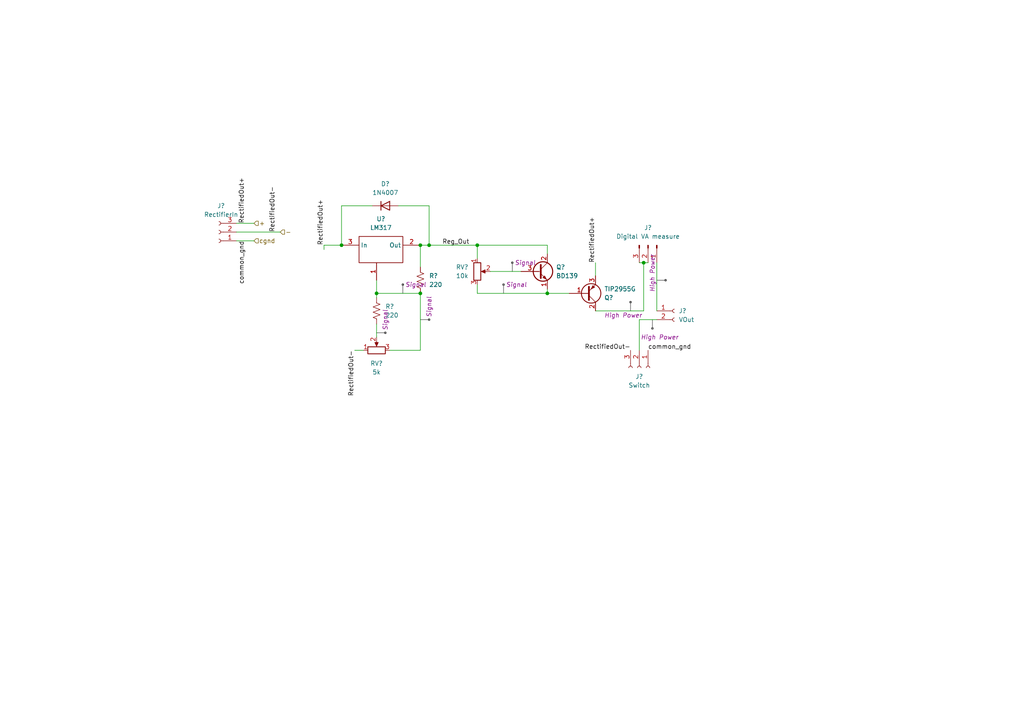
<source format=kicad_sch>
(kicad_sch (version 20230121) (generator eeschema)

  (uuid 96adc053-c9de-4e09-baa4-b0d3060444f8)

  (paper "A4")

  (title_block
    (title "Variable Supply with LM317")
    (date "2023-12-19")
    (rev "2")
  )

  (lib_symbols
    (symbol "Connector:Conn_01x02_Socket" (pin_names (offset 1.016) hide) (in_bom yes) (on_board yes)
      (property "Reference" "J" (at 0 2.54 0)
        (effects (font (size 1.27 1.27)))
      )
      (property "Value" "Conn_01x02_Socket" (at 0 -5.08 0)
        (effects (font (size 1.27 1.27)))
      )
      (property "Footprint" "" (at 0 0 0)
        (effects (font (size 1.27 1.27)) hide)
      )
      (property "Datasheet" "~" (at 0 0 0)
        (effects (font (size 1.27 1.27)) hide)
      )
      (property "ki_locked" "" (at 0 0 0)
        (effects (font (size 1.27 1.27)))
      )
      (property "ki_keywords" "connector" (at 0 0 0)
        (effects (font (size 1.27 1.27)) hide)
      )
      (property "ki_description" "Generic connector, single row, 01x02, script generated" (at 0 0 0)
        (effects (font (size 1.27 1.27)) hide)
      )
      (property "ki_fp_filters" "Connector*:*_1x??_*" (at 0 0 0)
        (effects (font (size 1.27 1.27)) hide)
      )
      (symbol "Conn_01x02_Socket_1_1"
        (arc (start 0 -2.032) (mid -0.5058 -2.54) (end 0 -3.048)
          (stroke (width 0.1524) (type default))
          (fill (type none))
        )
        (polyline
          (pts
            (xy -1.27 -2.54)
            (xy -0.508 -2.54)
          )
          (stroke (width 0.1524) (type default))
          (fill (type none))
        )
        (polyline
          (pts
            (xy -1.27 0)
            (xy -0.508 0)
          )
          (stroke (width 0.1524) (type default))
          (fill (type none))
        )
        (arc (start 0 0.508) (mid -0.5058 0) (end 0 -0.508)
          (stroke (width 0.1524) (type default))
          (fill (type none))
        )
        (pin passive line (at -5.08 0 0) (length 3.81)
          (name "Pin_1" (effects (font (size 1.27 1.27))))
          (number "1" (effects (font (size 1.27 1.27))))
        )
        (pin passive line (at -5.08 -2.54 0) (length 3.81)
          (name "Pin_2" (effects (font (size 1.27 1.27))))
          (number "2" (effects (font (size 1.27 1.27))))
        )
      )
    )
    (symbol "Connector:Conn_01x03_Pin" (pin_names (offset 1.016) hide) (in_bom yes) (on_board yes)
      (property "Reference" "J" (at 0 5.08 0)
        (effects (font (size 1.27 1.27)))
      )
      (property "Value" "Conn_01x03_Pin" (at 0 -5.08 0)
        (effects (font (size 1.27 1.27)))
      )
      (property "Footprint" "" (at 0 0 0)
        (effects (font (size 1.27 1.27)) hide)
      )
      (property "Datasheet" "~" (at 0 0 0)
        (effects (font (size 1.27 1.27)) hide)
      )
      (property "ki_locked" "" (at 0 0 0)
        (effects (font (size 1.27 1.27)))
      )
      (property "ki_keywords" "connector" (at 0 0 0)
        (effects (font (size 1.27 1.27)) hide)
      )
      (property "ki_description" "Generic connector, single row, 01x03, script generated" (at 0 0 0)
        (effects (font (size 1.27 1.27)) hide)
      )
      (property "ki_fp_filters" "Connector*:*_1x??_*" (at 0 0 0)
        (effects (font (size 1.27 1.27)) hide)
      )
      (symbol "Conn_01x03_Pin_1_1"
        (polyline
          (pts
            (xy 1.27 -2.54)
            (xy 0.8636 -2.54)
          )
          (stroke (width 0.1524) (type default))
          (fill (type none))
        )
        (polyline
          (pts
            (xy 1.27 0)
            (xy 0.8636 0)
          )
          (stroke (width 0.1524) (type default))
          (fill (type none))
        )
        (polyline
          (pts
            (xy 1.27 2.54)
            (xy 0.8636 2.54)
          )
          (stroke (width 0.1524) (type default))
          (fill (type none))
        )
        (rectangle (start 0.8636 -2.413) (end 0 -2.667)
          (stroke (width 0.1524) (type default))
          (fill (type outline))
        )
        (rectangle (start 0.8636 0.127) (end 0 -0.127)
          (stroke (width 0.1524) (type default))
          (fill (type outline))
        )
        (rectangle (start 0.8636 2.667) (end 0 2.413)
          (stroke (width 0.1524) (type default))
          (fill (type outline))
        )
        (pin passive line (at 5.08 2.54 180) (length 3.81)
          (name "Pin_1" (effects (font (size 1.27 1.27))))
          (number "1" (effects (font (size 1.27 1.27))))
        )
        (pin passive line (at 5.08 0 180) (length 3.81)
          (name "Pin_2" (effects (font (size 1.27 1.27))))
          (number "2" (effects (font (size 1.27 1.27))))
        )
        (pin passive line (at 5.08 -2.54 180) (length 3.81)
          (name "Pin_3" (effects (font (size 1.27 1.27))))
          (number "3" (effects (font (size 1.27 1.27))))
        )
      )
    )
    (symbol "Connector:Conn_01x03_Socket" (pin_names (offset 1.016) hide) (in_bom yes) (on_board yes)
      (property "Reference" "J" (at 0 5.08 0)
        (effects (font (size 1.27 1.27)))
      )
      (property "Value" "Conn_01x03_Socket" (at 0 -5.08 0)
        (effects (font (size 1.27 1.27)))
      )
      (property "Footprint" "" (at 0 0 0)
        (effects (font (size 1.27 1.27)) hide)
      )
      (property "Datasheet" "~" (at 0 0 0)
        (effects (font (size 1.27 1.27)) hide)
      )
      (property "ki_locked" "" (at 0 0 0)
        (effects (font (size 1.27 1.27)))
      )
      (property "ki_keywords" "connector" (at 0 0 0)
        (effects (font (size 1.27 1.27)) hide)
      )
      (property "ki_description" "Generic connector, single row, 01x03, script generated" (at 0 0 0)
        (effects (font (size 1.27 1.27)) hide)
      )
      (property "ki_fp_filters" "Connector*:*_1x??_*" (at 0 0 0)
        (effects (font (size 1.27 1.27)) hide)
      )
      (symbol "Conn_01x03_Socket_1_1"
        (arc (start 0 -2.032) (mid -0.5058 -2.54) (end 0 -3.048)
          (stroke (width 0.1524) (type default))
          (fill (type none))
        )
        (polyline
          (pts
            (xy -1.27 -2.54)
            (xy -0.508 -2.54)
          )
          (stroke (width 0.1524) (type default))
          (fill (type none))
        )
        (polyline
          (pts
            (xy -1.27 0)
            (xy -0.508 0)
          )
          (stroke (width 0.1524) (type default))
          (fill (type none))
        )
        (polyline
          (pts
            (xy -1.27 2.54)
            (xy -0.508 2.54)
          )
          (stroke (width 0.1524) (type default))
          (fill (type none))
        )
        (arc (start 0 0.508) (mid -0.5058 0) (end 0 -0.508)
          (stroke (width 0.1524) (type default))
          (fill (type none))
        )
        (arc (start 0 3.048) (mid -0.5058 2.54) (end 0 2.032)
          (stroke (width 0.1524) (type default))
          (fill (type none))
        )
        (pin passive line (at -5.08 2.54 0) (length 3.81)
          (name "Pin_1" (effects (font (size 1.27 1.27))))
          (number "1" (effects (font (size 1.27 1.27))))
        )
        (pin passive line (at -5.08 0 0) (length 3.81)
          (name "Pin_2" (effects (font (size 1.27 1.27))))
          (number "2" (effects (font (size 1.27 1.27))))
        )
        (pin passive line (at -5.08 -2.54 0) (length 3.81)
          (name "Pin_3" (effects (font (size 1.27 1.27))))
          (number "3" (effects (font (size 1.27 1.27))))
        )
      )
    )
    (symbol "Device:R_Potentiometer" (pin_names (offset 1.016) hide) (in_bom yes) (on_board yes)
      (property "Reference" "RV" (at -4.445 0 90)
        (effects (font (size 1.27 1.27)))
      )
      (property "Value" "R_Potentiometer" (at -2.54 0 90)
        (effects (font (size 1.27 1.27)))
      )
      (property "Footprint" "" (at 0 0 0)
        (effects (font (size 1.27 1.27)) hide)
      )
      (property "Datasheet" "~" (at 0 0 0)
        (effects (font (size 1.27 1.27)) hide)
      )
      (property "ki_keywords" "resistor variable" (at 0 0 0)
        (effects (font (size 1.27 1.27)) hide)
      )
      (property "ki_description" "Potentiometer" (at 0 0 0)
        (effects (font (size 1.27 1.27)) hide)
      )
      (property "ki_fp_filters" "Potentiometer*" (at 0 0 0)
        (effects (font (size 1.27 1.27)) hide)
      )
      (symbol "R_Potentiometer_0_1"
        (polyline
          (pts
            (xy 2.54 0)
            (xy 1.524 0)
          )
          (stroke (width 0) (type default))
          (fill (type none))
        )
        (polyline
          (pts
            (xy 1.143 0)
            (xy 2.286 0.508)
            (xy 2.286 -0.508)
            (xy 1.143 0)
          )
          (stroke (width 0) (type default))
          (fill (type outline))
        )
        (rectangle (start 1.016 2.54) (end -1.016 -2.54)
          (stroke (width 0.254) (type default))
          (fill (type none))
        )
      )
      (symbol "R_Potentiometer_1_1"
        (pin passive line (at 0 3.81 270) (length 1.27)
          (name "1" (effects (font (size 1.27 1.27))))
          (number "1" (effects (font (size 1.27 1.27))))
        )
        (pin passive line (at 3.81 0 180) (length 1.27)
          (name "2" (effects (font (size 1.27 1.27))))
          (number "2" (effects (font (size 1.27 1.27))))
        )
        (pin passive line (at 0 -3.81 90) (length 1.27)
          (name "3" (effects (font (size 1.27 1.27))))
          (number "3" (effects (font (size 1.27 1.27))))
        )
      )
    )
    (symbol "Device:R_US" (pin_numbers hide) (pin_names (offset 0)) (in_bom yes) (on_board yes)
      (property "Reference" "R" (at 2.54 0 90)
        (effects (font (size 1.27 1.27)))
      )
      (property "Value" "R_US" (at -2.54 0 90)
        (effects (font (size 1.27 1.27)))
      )
      (property "Footprint" "" (at 1.016 -0.254 90)
        (effects (font (size 1.27 1.27)) hide)
      )
      (property "Datasheet" "~" (at 0 0 0)
        (effects (font (size 1.27 1.27)) hide)
      )
      (property "ki_keywords" "R res resistor" (at 0 0 0)
        (effects (font (size 1.27 1.27)) hide)
      )
      (property "ki_description" "Resistor, US symbol" (at 0 0 0)
        (effects (font (size 1.27 1.27)) hide)
      )
      (property "ki_fp_filters" "R_*" (at 0 0 0)
        (effects (font (size 1.27 1.27)) hide)
      )
      (symbol "R_US_0_1"
        (polyline
          (pts
            (xy 0 -2.286)
            (xy 0 -2.54)
          )
          (stroke (width 0) (type default))
          (fill (type none))
        )
        (polyline
          (pts
            (xy 0 2.286)
            (xy 0 2.54)
          )
          (stroke (width 0) (type default))
          (fill (type none))
        )
        (polyline
          (pts
            (xy 0 -0.762)
            (xy 1.016 -1.143)
            (xy 0 -1.524)
            (xy -1.016 -1.905)
            (xy 0 -2.286)
          )
          (stroke (width 0) (type default))
          (fill (type none))
        )
        (polyline
          (pts
            (xy 0 0.762)
            (xy 1.016 0.381)
            (xy 0 0)
            (xy -1.016 -0.381)
            (xy 0 -0.762)
          )
          (stroke (width 0) (type default))
          (fill (type none))
        )
        (polyline
          (pts
            (xy 0 2.286)
            (xy 1.016 1.905)
            (xy 0 1.524)
            (xy -1.016 1.143)
            (xy 0 0.762)
          )
          (stroke (width 0) (type default))
          (fill (type none))
        )
      )
      (symbol "R_US_1_1"
        (pin passive line (at 0 3.81 270) (length 1.27)
          (name "~" (effects (font (size 1.27 1.27))))
          (number "1" (effects (font (size 1.27 1.27))))
        )
        (pin passive line (at 0 -3.81 90) (length 1.27)
          (name "~" (effects (font (size 1.27 1.27))))
          (number "2" (effects (font (size 1.27 1.27))))
        )
      )
    )
    (symbol "Diode:1N4007" (pin_numbers hide) (pin_names hide) (in_bom yes) (on_board yes)
      (property "Reference" "D" (at 0 2.54 0)
        (effects (font (size 1.27 1.27)))
      )
      (property "Value" "1N4007" (at 0 -2.54 0)
        (effects (font (size 1.27 1.27)))
      )
      (property "Footprint" "Diode_THT:D_DO-41_SOD81_P10.16mm_Horizontal" (at 0 -4.445 0)
        (effects (font (size 1.27 1.27)) hide)
      )
      (property "Datasheet" "http://www.vishay.com/docs/88503/1n4001.pdf" (at 0 0 0)
        (effects (font (size 1.27 1.27)) hide)
      )
      (property "Sim.Device" "D" (at 0 0 0)
        (effects (font (size 1.27 1.27)) hide)
      )
      (property "Sim.Pins" "1=K 2=A" (at 0 0 0)
        (effects (font (size 1.27 1.27)) hide)
      )
      (property "ki_keywords" "diode" (at 0 0 0)
        (effects (font (size 1.27 1.27)) hide)
      )
      (property "ki_description" "1000V 1A General Purpose Rectifier Diode, DO-41" (at 0 0 0)
        (effects (font (size 1.27 1.27)) hide)
      )
      (property "ki_fp_filters" "D*DO?41*" (at 0 0 0)
        (effects (font (size 1.27 1.27)) hide)
      )
      (symbol "1N4007_0_1"
        (polyline
          (pts
            (xy -1.27 1.27)
            (xy -1.27 -1.27)
          )
          (stroke (width 0.254) (type default))
          (fill (type none))
        )
        (polyline
          (pts
            (xy 1.27 0)
            (xy -1.27 0)
          )
          (stroke (width 0) (type default))
          (fill (type none))
        )
        (polyline
          (pts
            (xy 1.27 1.27)
            (xy 1.27 -1.27)
            (xy -1.27 0)
            (xy 1.27 1.27)
          )
          (stroke (width 0.254) (type default))
          (fill (type none))
        )
      )
      (symbol "1N4007_1_1"
        (pin passive line (at -3.81 0 0) (length 2.54)
          (name "K" (effects (font (size 1.27 1.27))))
          (number "1" (effects (font (size 1.27 1.27))))
        )
        (pin passive line (at 3.81 0 180) (length 2.54)
          (name "A" (effects (font (size 1.27 1.27))))
          (number "2" (effects (font (size 1.27 1.27))))
        )
      )
    )
    (symbol "Transistor_BJT:BD139" (pin_names (offset 0) hide) (in_bom yes) (on_board yes)
      (property "Reference" "Q" (at 5.08 1.905 0)
        (effects (font (size 1.27 1.27)) (justify left))
      )
      (property "Value" "BD139" (at 5.08 0 0)
        (effects (font (size 1.27 1.27)) (justify left))
      )
      (property "Footprint" "Package_TO_SOT_THT:TO-126-3_Vertical" (at 5.08 -1.905 0)
        (effects (font (size 1.27 1.27) italic) (justify left) hide)
      )
      (property "Datasheet" "http://www.st.com/internet/com/TECHNICAL_RESOURCES/TECHNICAL_LITERATURE/DATASHEET/CD00001225.pdf" (at 0 0 0)
        (effects (font (size 1.27 1.27)) (justify left) hide)
      )
      (property "ki_keywords" "Low Voltage Transistor" (at 0 0 0)
        (effects (font (size 1.27 1.27)) hide)
      )
      (property "ki_description" "1.5A Ic, 80V Vce, Low Voltage Transistor, TO-126" (at 0 0 0)
        (effects (font (size 1.27 1.27)) hide)
      )
      (property "ki_fp_filters" "TO?126*" (at 0 0 0)
        (effects (font (size 1.27 1.27)) hide)
      )
      (symbol "BD139_0_1"
        (polyline
          (pts
            (xy 0 0)
            (xy 0.635 0)
          )
          (stroke (width 0) (type default))
          (fill (type none))
        )
        (polyline
          (pts
            (xy 2.54 -2.54)
            (xy 0.635 -0.635)
          )
          (stroke (width 0) (type default))
          (fill (type none))
        )
        (polyline
          (pts
            (xy 2.54 2.54)
            (xy 0.635 0.635)
          )
          (stroke (width 0) (type default))
          (fill (type none))
        )
        (polyline
          (pts
            (xy 0.635 1.905)
            (xy 0.635 -1.905)
            (xy 0.635 -1.905)
          )
          (stroke (width 0.508) (type default))
          (fill (type outline))
        )
        (polyline
          (pts
            (xy 1.2446 -1.778)
            (xy 1.7526 -1.27)
            (xy 2.286 -2.286)
            (xy 1.2446 -1.778)
            (xy 1.2446 -1.778)
          )
          (stroke (width 0) (type default))
          (fill (type outline))
        )
        (circle (center 1.27 0) (radius 2.8194)
          (stroke (width 0.3048) (type default))
          (fill (type none))
        )
      )
      (symbol "BD139_1_1"
        (pin passive line (at 2.54 -5.08 90) (length 2.54)
          (name "E" (effects (font (size 1.27 1.27))))
          (number "1" (effects (font (size 1.27 1.27))))
        )
        (pin passive line (at 2.54 5.08 270) (length 2.54)
          (name "C" (effects (font (size 1.27 1.27))))
          (number "2" (effects (font (size 1.27 1.27))))
        )
        (pin input line (at -5.08 0 0) (length 5.08)
          (name "B" (effects (font (size 1.27 1.27))))
          (number "3" (effects (font (size 1.27 1.27))))
        )
      )
    )
    (symbol "Transistor_BJT:TIP2955G" (pin_names (offset 0) hide) (in_bom yes) (on_board yes)
      (property "Reference" "Q" (at 5.08 1.905 0)
        (effects (font (size 1.27 1.27)) (justify left))
      )
      (property "Value" "TIP2955G" (at 5.08 0 0)
        (effects (font (size 1.27 1.27)) (justify left))
      )
      (property "Footprint" "Package_TO_SOT_THT:TO-247-3_Vertical" (at 5.08 -1.905 0)
        (effects (font (size 1.27 1.27) italic) (justify left) hide)
      )
      (property "Datasheet" "http://www.onsemi.com/pub_link/Collateral/TIP3055-D.PDF" (at 0 0 0)
        (effects (font (size 1.27 1.27)) (justify left) hide)
      )
      (property "ki_keywords" "power PNP Transistor" (at 0 0 0)
        (effects (font (size 1.27 1.27)) hide)
      )
      (property "ki_description" "-15A Ic, -60V Vce, Power PNP Transistor, TO-247" (at 0 0 0)
        (effects (font (size 1.27 1.27)) hide)
      )
      (property "ki_fp_filters" "TO?247*" (at 0 0 0)
        (effects (font (size 1.27 1.27)) hide)
      )
      (symbol "TIP2955G_0_1"
        (polyline
          (pts
            (xy 0.635 0.635)
            (xy 2.54 2.54)
          )
          (stroke (width 0) (type default))
          (fill (type none))
        )
        (polyline
          (pts
            (xy 0.635 -0.635)
            (xy 2.54 -2.54)
            (xy 2.54 -2.54)
          )
          (stroke (width 0) (type default))
          (fill (type none))
        )
        (polyline
          (pts
            (xy 0.635 1.905)
            (xy 0.635 -1.905)
            (xy 0.635 -1.905)
          )
          (stroke (width 0.508) (type default))
          (fill (type none))
        )
        (polyline
          (pts
            (xy 2.286 -1.778)
            (xy 1.778 -2.286)
            (xy 1.27 -1.27)
            (xy 2.286 -1.778)
            (xy 2.286 -1.778)
          )
          (stroke (width 0) (type default))
          (fill (type outline))
        )
        (circle (center 1.27 0) (radius 2.8194)
          (stroke (width 0.254) (type default))
          (fill (type none))
        )
      )
      (symbol "TIP2955G_1_1"
        (pin input line (at -5.08 0 0) (length 5.715)
          (name "B" (effects (font (size 1.27 1.27))))
          (number "1" (effects (font (size 1.27 1.27))))
        )
        (pin passive line (at 2.54 5.08 270) (length 2.54)
          (name "C" (effects (font (size 1.27 1.27))))
          (number "2" (effects (font (size 1.27 1.27))))
        )
        (pin passive line (at 2.54 -5.08 90) (length 2.54)
          (name "E" (effects (font (size 1.27 1.27))))
          (number "3" (effects (font (size 1.27 1.27))))
        )
      )
    )
    (symbol "V_Regulator:LM317" (in_bom yes) (on_board yes)
      (property "Reference" "U" (at -11.43 11.43 0)
        (effects (font (size 1.27 1.27)) (justify left))
      )
      (property "Value" "LM317" (at -11.43 8.89 0)
        (effects (font (size 1.27 1.27)) (justify left))
      )
      (property "Footprint" "TO220" (at 0 0 0)
        (effects (font (size 1.27 1.27)) hide)
      )
      (property "Datasheet" "" (at 0 0 0)
        (effects (font (size 1.27 1.27)) hide)
      )
      (property "ki_locked" "" (at 0 0 0)
        (effects (font (size 1.27 1.27)))
      )
      (property "ki_fp_filters" "TO220" (at 0 0 0)
        (effects (font (size 1.27 1.27)) hide)
      )
      (symbol "LM317_0_0"
        (rectangle (start -6.35 6.35) (end 6.35 -1.27)
          (stroke (width 0.2032) (type solid))
          (fill (type none))
        )
      )
      (symbol "LM317_1_0"
        (pin unspecified line (at -1.27 -6.35 90) (length 5.08)
          (name "~" (effects (font (size 1.27 1.27))))
          (number "1" (effects (font (size 1.27 1.27))))
        )
        (pin unspecified line (at 11.43 3.81 180) (length 5.08)
          (name "Out" (effects (font (size 1.27 1.27))))
          (number "2" (effects (font (size 1.27 1.27))))
        )
        (pin unspecified line (at -11.43 3.81 0) (length 5.08)
          (name "In" (effects (font (size 1.27 1.27))))
          (number "3" (effects (font (size 1.27 1.27))))
        )
      )
    )
  )

  (junction (at 138.43 71.12) (diameter 0) (color 0 0 0 0)
    (uuid 0da35fd8-bf17-4840-8361-43533075e30d)
  )
  (junction (at 186.69 76.2) (diameter 0) (color 0 0 0 0)
    (uuid 217e2b32-cc7d-471a-adb8-ce6bed73e9ec)
  )
  (junction (at 121.92 71.12) (diameter 0) (color 0 0 0 0)
    (uuid 56526fb2-dfa6-4392-aa32-d7fc3fa49d59)
  )
  (junction (at 124.46 71.12) (diameter 0) (color 0 0 0 0)
    (uuid 590ee8e4-2b1a-4ff5-876f-1f030bd6a67a)
  )
  (junction (at 99.06 71.12) (diameter 0) (color 0 0 0 0)
    (uuid 87ee1bc6-7ed9-4651-888e-c2e6736edacf)
  )
  (junction (at 121.92 85.09) (diameter 0) (color 0 0 0 0)
    (uuid 9d782c0c-6b5c-4796-9b8b-268a0066fb66)
  )
  (junction (at 158.75 85.09) (diameter 0) (color 0 0 0 0)
    (uuid a374bb0b-e27a-4d00-890b-57284d690dd9)
  )
  (junction (at 109.22 85.09) (diameter 0) (color 0 0 0 0)
    (uuid dc42f291-c5b8-4ec3-8727-890ce2f17efd)
  )

  (wire (pts (xy 109.22 97.79) (xy 109.22 93.98))
    (stroke (width 0) (type default))
    (uuid 03a052c2-8fc5-47bb-ac05-90c7a1bc88f4)
  )
  (wire (pts (xy 115.57 59.69) (xy 124.46 59.69))
    (stroke (width 0) (type default))
    (uuid 12655b35-8a97-4f81-9f46-0832666a97ee)
  )
  (wire (pts (xy 138.43 85.09) (xy 158.75 85.09))
    (stroke (width 0) (type default))
    (uuid 180ab2c1-0e24-4151-8841-4d9947f328c2)
  )
  (wire (pts (xy 81.28 67.31) (xy 68.58 67.31))
    (stroke (width 0) (type default))
    (uuid 19fc2f18-67ce-42b2-bc68-655a85016e3f)
  )
  (wire (pts (xy 107.95 59.69) (xy 99.06 59.69))
    (stroke (width 0) (type default))
    (uuid 2e435080-ee89-4bbd-9159-4256d4f9ec27)
  )
  (wire (pts (xy 109.22 85.09) (xy 109.22 81.28))
    (stroke (width 0) (type default))
    (uuid 3c157d2b-12b3-4721-9b57-ea9a74009879)
  )
  (wire (pts (xy 172.72 76.2) (xy 172.72 80.01))
    (stroke (width 0) (type default))
    (uuid 45459c6d-2262-4ce5-9bf1-764ad66d3c2d)
  )
  (wire (pts (xy 158.75 85.09) (xy 165.1 85.09))
    (stroke (width 0) (type default))
    (uuid 54beacf5-a0c8-489c-bb50-fed17b2f8a72)
  )
  (wire (pts (xy 93.98 71.12) (xy 93.98 72.39))
    (stroke (width 0) (type default))
    (uuid 64445533-0947-41cc-8260-728b289a42cc)
  )
  (wire (pts (xy 138.43 71.12) (xy 124.46 71.12))
    (stroke (width 0) (type default))
    (uuid 69a2c543-203d-4d60-a8b3-d19e549557a4)
  )
  (wire (pts (xy 172.72 90.17) (xy 186.69 90.17))
    (stroke (width 0) (type default))
    (uuid 7a7b182c-bae4-4d42-9b7a-325c2a8c0827)
  )
  (wire (pts (xy 99.06 59.69) (xy 99.06 71.12))
    (stroke (width 0) (type default))
    (uuid 7ce0c309-f22e-44de-8436-258ba19745a9)
  )
  (wire (pts (xy 73.66 69.85) (xy 68.58 69.85))
    (stroke (width 0) (type default))
    (uuid 844ff556-9fba-45f6-9fff-9c4c9fb6383e)
  )
  (wire (pts (xy 93.98 71.12) (xy 99.06 71.12))
    (stroke (width 0) (type default))
    (uuid 875379b8-e17f-491e-b1a6-f1ef4babf52a)
  )
  (wire (pts (xy 142.24 78.74) (xy 151.13 78.74))
    (stroke (width 0) (type default))
    (uuid 91dd9223-541b-4fa4-a842-0245fedc51ed)
  )
  (wire (pts (xy 190.5 76.2) (xy 190.5 90.17))
    (stroke (width 0) (type default))
    (uuid 9877e162-099f-4c12-9217-12aec2436cb8)
  )
  (wire (pts (xy 138.43 71.12) (xy 138.43 74.93))
    (stroke (width 0) (type default))
    (uuid 98bcad68-5956-4645-8da0-31628f748158)
  )
  (wire (pts (xy 121.92 85.09) (xy 109.22 85.09))
    (stroke (width 0) (type default))
    (uuid 9e2794ad-5517-4a9d-9dfd-dddb9a6e401e)
  )
  (wire (pts (xy 113.03 101.6) (xy 121.92 101.6))
    (stroke (width 0) (type default))
    (uuid a4aa6381-684e-441c-9ec3-f66116ea5110)
  )
  (wire (pts (xy 121.92 101.6) (xy 121.92 85.09))
    (stroke (width 0) (type default))
    (uuid a5923dc4-1802-4ff8-8681-048e0f69deac)
  )
  (wire (pts (xy 186.69 76.2) (xy 187.96 76.2))
    (stroke (width 0) (type default))
    (uuid b343d76a-c2ab-4e60-80dd-8e64651cb3b7)
  )
  (wire (pts (xy 185.42 92.71) (xy 190.5 92.71))
    (stroke (width 0) (type default))
    (uuid b8a3b963-7f9e-40f8-b6a6-630a895a69ce)
  )
  (wire (pts (xy 138.43 71.12) (xy 158.75 71.12))
    (stroke (width 0) (type default))
    (uuid bc4dcf3b-78c5-403c-8d6c-b93ba27b0499)
  )
  (wire (pts (xy 185.42 76.2) (xy 186.69 76.2))
    (stroke (width 0) (type default))
    (uuid c7c0209d-77aa-499f-8df5-007380078009)
  )
  (wire (pts (xy 124.46 71.12) (xy 121.92 71.12))
    (stroke (width 0) (type default))
    (uuid cbbfd745-e4b4-4a2c-9238-306319aa0f9b)
  )
  (wire (pts (xy 138.43 85.09) (xy 138.43 82.55))
    (stroke (width 0) (type default))
    (uuid d2f1c1a7-e8ec-4455-82cd-1743d72edc4d)
  )
  (wire (pts (xy 158.75 85.09) (xy 158.75 83.82))
    (stroke (width 0) (type default))
    (uuid d5b7f2cc-e762-4d78-9169-f67b06e18e6c)
  )
  (wire (pts (xy 158.75 71.12) (xy 158.75 73.66))
    (stroke (width 0) (type default))
    (uuid d67e1614-ed81-4b18-9d25-42abc75949c0)
  )
  (wire (pts (xy 73.66 64.77) (xy 68.58 64.77))
    (stroke (width 0) (type default))
    (uuid d6c774e0-165c-42bb-a117-9a95e9d1a278)
  )
  (wire (pts (xy 186.69 90.17) (xy 186.69 76.2))
    (stroke (width 0) (type default))
    (uuid d8d8d455-6ebd-441b-bcba-d5b66d525c7c)
  )
  (wire (pts (xy 109.22 85.09) (xy 109.22 86.36))
    (stroke (width 0) (type default))
    (uuid da530a0f-b7cb-418a-9883-67f62c502c86)
  )
  (wire (pts (xy 185.42 92.71) (xy 185.42 101.6))
    (stroke (width 0) (type default))
    (uuid e1b56c36-23f0-4992-9ada-adb7fc1f0d0b)
  )
  (wire (pts (xy 124.46 59.69) (xy 124.46 71.12))
    (stroke (width 0) (type default))
    (uuid ec3fc9ea-27aa-4590-b283-b42a9922a7a6)
  )
  (wire (pts (xy 102.87 101.6) (xy 105.41 101.6))
    (stroke (width 0) (type default))
    (uuid ef4ccdb1-dc14-4800-a505-9449e899fc7e)
  )
  (wire (pts (xy 121.92 71.12) (xy 121.92 77.47))
    (stroke (width 0) (type default))
    (uuid f3d50c64-e02d-4e17-927e-964cf69c6aad)
  )

  (label "RectifiedOut-" (at 80.01 67.31 90) (fields_autoplaced)
    (effects (font (size 1.27 1.27)) (justify left bottom))
    (uuid 17d1abed-f90a-4fc1-8901-0f630958eba7)
  )
  (label "Reg_Out" (at 128.27 71.12 0) (fields_autoplaced)
    (effects (font (size 1.27 1.27)) (justify left bottom))
    (uuid 3b7a8b2f-f7f0-4198-801b-6b8604e4c804)
  )
  (label "common_gnd" (at 71.12 69.85 270) (fields_autoplaced)
    (effects (font (size 1.27 1.27)) (justify right bottom))
    (uuid 591d3b86-0c95-4e21-a2b3-1c21b052956c)
  )
  (label "common_gnd" (at 187.96 101.6 0) (fields_autoplaced)
    (effects (font (size 1.27 1.27)) (justify left bottom))
    (uuid 8ca06b45-6ac6-40c2-9c07-48bf3bca1f29)
  )
  (label "RectifiedOut+" (at 93.98 71.12 90) (fields_autoplaced)
    (effects (font (size 1.27 1.27)) (justify left bottom))
    (uuid 93e79a17-b99e-48d3-ae65-fbbc6bf1b81f)
  )
  (label "RectifiedOut-" (at 102.87 101.6 270) (fields_autoplaced)
    (effects (font (size 1.27 1.27)) (justify right bottom))
    (uuid 9a702261-15ca-4f8e-94cc-9fec638ac639)
  )
  (label "RectifiedOut+" (at 172.72 76.2 90) (fields_autoplaced)
    (effects (font (size 1.27 1.27)) (justify left bottom))
    (uuid b2f618ca-7ea0-4d30-b8ae-b0ea9d22baa8)
  )
  (label "RectifiedOut-" (at 182.88 101.6 180) (fields_autoplaced)
    (effects (font (size 1.27 1.27)) (justify right bottom))
    (uuid cca1cfe6-f4ce-4601-bd66-9e86522ba99d)
  )
  (label "RectifiedOut+" (at 71.12 64.77 90) (fields_autoplaced)
    (effects (font (size 1.27 1.27)) (justify left bottom))
    (uuid e61e9724-e76a-40e1-ba8c-8fb8d78cf734)
  )

  (hierarchical_label "+" (shape input) (at 73.66 64.77 0) (fields_autoplaced)
    (effects (font (size 1.27 1.27)) (justify left))
    (uuid a211f61c-9323-42a7-8a80-f203e447f3c1)
  )
  (hierarchical_label "-" (shape input) (at 81.28 67.31 0) (fields_autoplaced)
    (effects (font (size 1.27 1.27)) (justify left))
    (uuid c4a92b41-d246-4232-906b-2fe4fed21380)
  )
  (hierarchical_label "cgnd" (shape input) (at 73.66 69.85 0) (fields_autoplaced)
    (effects (font (size 1.27 1.27)) (justify left))
    (uuid c69704bd-913c-4c1f-92a4-4f99183003b9)
  )

  (netclass_flag "" (length 2.54) (shape dot) (at 148.59 78.74 0) (fields_autoplaced)
    (effects (font (size 1.27 1.27)) (justify left bottom))
    (uuid 04617ba5-97d5-4d12-a45c-a4ad8f2f3ef8)
    (property "Netclass" "Signal" (at 149.2885 76.2 0)
      (effects (font (size 1.27 1.27) italic) (justify left))
    )
  )
  (netclass_flag "" (length 2.54) (shape dot) (at 109.22 96.52 270) (fields_autoplaced)
    (effects (font (size 1.27 1.27)) (justify right bottom))
    (uuid 4bf93c8f-3e6f-45fc-8d41-a0c26dc6a883)
    (property "Netclass" "Signal" (at 111.76 95.8215 90)
      (effects (font (size 1.27 1.27) italic) (justify left))
    )
  )
  (netclass_flag "" (length 2.54) (shape dot) (at 182.88 90.17 0)
    (effects (font (size 1.27 1.27)) (justify left bottom))
    (uuid 6d0a69fc-c66d-4bf0-9236-6dec2385c5a2)
    (property "Netclass" "High Power" (at 175.26 91.44 0)
      (effects (font (size 1.27 1.27) italic) (justify left))
    )
  )
  (netclass_flag "" (length 2.54) (shape dot) (at 189.23 92.71 180)
    (effects (font (size 1.27 1.27)) (justify right bottom))
    (uuid 7777374a-6346-4073-a2f8-7c1b6adaa7c9)
    (property "Netclass" "High Power" (at 196.85 97.79 0)
      (effects (font (size 1.27 1.27) italic) (justify right))
    )
  )
  (netclass_flag "" (length 2.54) (shape dot) (at 121.92 92.71 270) (fields_autoplaced)
    (effects (font (size 1.27 1.27)) (justify right bottom))
    (uuid 87c82939-2371-4c75-871b-59737d2e778f)
    (property "Netclass" "Signal" (at 124.46 92.0115 90)
      (effects (font (size 1.27 1.27) italic) (justify left))
    )
  )
  (netclass_flag "" (length 2.54) (shape dot) (at 190.5 81.28 270)
    (effects (font (size 1.27 1.27)) (justify right bottom))
    (uuid ae2efb14-55c4-46ee-9e8b-524d61e8d6b5)
    (property "Netclass" "High Power" (at 189.23 73.66 90)
      (effects (font (size 1.27 1.27) italic) (justify right))
    )
  )
  (netclass_flag "" (length 2.54) (shape dot) (at 146.05 85.09 0) (fields_autoplaced)
    (effects (font (size 1.27 1.27)) (justify left bottom))
    (uuid b4568e4c-92a6-4474-b63e-8f1474317317)
    (property "Netclass" "Signal" (at 146.7485 82.55 0)
      (effects (font (size 1.27 1.27) italic) (justify left))
    )
  )
  (netclass_flag "" (length 2.54) (shape dot) (at 116.84 85.09 0) (fields_autoplaced)
    (effects (font (size 1.27 1.27)) (justify left bottom))
    (uuid e87d80aa-18be-46c5-b383-e65b7687a80e)
    (property "Netclass" "Signal" (at 117.5385 82.55 0)
      (effects (font (size 1.27 1.27) italic) (justify left))
    )
  )

  (symbol (lib_id "Device:R_Potentiometer") (at 138.43 78.74 0) (unit 1)
    (in_bom yes) (on_board yes) (dnp no) (fields_autoplaced)
    (uuid 039dc4a1-5bb4-46bd-8543-61500d45f749)
    (property "Reference" "RV2" (at 135.89 77.47 0)
      (effects (font (size 1.27 1.27)) (justify right))
    )
    (property "Value" "10k" (at 135.89 80.01 0)
      (effects (font (size 1.27 1.27)) (justify right))
    )
    (property "Footprint" "Connector_PinHeader_2.54mm:PinHeader_1x03_P2.54mm_Vertical" (at 138.43 78.74 0)
      (effects (font (size 1.27 1.27)) hide)
    )
    (property "Datasheet" "~" (at 138.43 78.74 0)
      (effects (font (size 1.27 1.27)) hide)
    )
    (pin "1" (uuid b716ef8e-8da8-4b5c-9cfd-7e751621b9e3))
    (pin "2" (uuid 0a74012b-dce1-44f4-a42f-cb4a01c40851))
    (pin "3" (uuid 14338115-f107-41ce-afa5-a017a3f0badf))
    (instances
      (project "VariablePowerSupply"
        (path "/769c317f-c67c-457d-a7ba-32e6f8df4c49"
          (reference "RV2") (unit 1)
        )
        (path "/769c317f-c67c-457d-a7ba-32e6f8df4c49/5b89bc85-8769-4755-bd57-9ebb7359f106"
          (reference "RV2") (unit 1)
        )
      )
      (project "RectifierModule"
        (path "/85225bbb-a12f-4483-ac90-767368bd8ae2/9b8d7c27-79f7-4e99-bbc7-0ac7c4016791"
          (reference "RV202") (unit 1)
        )
      )
      (project "VariableSupplyModule"
        (path "/96adc053-c9de-4e09-baa4-b0d3060444f8"
          (reference "RV?") (unit 1)
        )
      )
    )
  )

  (symbol (lib_id "V_Regulator:LM317") (at 110.49 74.93 0) (unit 1)
    (in_bom yes) (on_board yes) (dnp no) (fields_autoplaced)
    (uuid 128005f5-b271-4afc-8a27-c31bb75491d7)
    (property "Reference" "U1" (at 110.49 63.5 0)
      (effects (font (size 1.27 1.27)))
    )
    (property "Value" "LM317" (at 110.49 66.04 0)
      (effects (font (size 1.27 1.27)))
    )
    (property "Footprint" "Package_TO_SOT_THT:TO-126-3_Vertical" (at 110.49 74.93 0)
      (effects (font (size 1.27 1.27)) hide)
    )
    (property "Datasheet" "" (at 110.49 74.93 0)
      (effects (font (size 1.27 1.27)) hide)
    )
    (pin "1" (uuid 8c2bec41-fc8a-46d3-b04d-540b2d45c31e))
    (pin "2" (uuid 6a334008-411f-46b0-aa63-389c60d09b5c))
    (pin "3" (uuid 520252b9-bd8f-4929-b0f0-58ddb54d264d))
    (instances
      (project "VariablePowerSupply"
        (path "/769c317f-c67c-457d-a7ba-32e6f8df4c49"
          (reference "U1") (unit 1)
        )
        (path "/769c317f-c67c-457d-a7ba-32e6f8df4c49/5b89bc85-8769-4755-bd57-9ebb7359f106"
          (reference "U1") (unit 1)
        )
      )
      (project "RectifierModule"
        (path "/85225bbb-a12f-4483-ac90-767368bd8ae2/9b8d7c27-79f7-4e99-bbc7-0ac7c4016791"
          (reference "U201") (unit 1)
        )
      )
      (project "VariableSupplyModule"
        (path "/96adc053-c9de-4e09-baa4-b0d3060444f8"
          (reference "U?") (unit 1)
        )
      )
    )
  )

  (symbol (lib_id "Transistor_BJT:TIP2955G") (at 170.18 85.09 0) (mirror x) (unit 1)
    (in_bom yes) (on_board yes) (dnp no)
    (uuid 1814b6a9-dd85-49b0-b5b7-2e70ab337a66)
    (property "Reference" "Q3" (at 175.26 86.36 0)
      (effects (font (size 1.27 1.27)) (justify left))
    )
    (property "Value" "TIP2955G" (at 175.26 83.82 0)
      (effects (font (size 1.27 1.27)) (justify left))
    )
    (property "Footprint" "Package_TO_SOT_THT:TO-247-3_Vertical" (at 175.26 83.185 0)
      (effects (font (size 1.27 1.27) italic) (justify left) hide)
    )
    (property "Datasheet" "http://www.onsemi.com/pub_link/Collateral/TIP3055-D.PDF" (at 170.18 85.09 0)
      (effects (font (size 1.27 1.27)) (justify left) hide)
    )
    (pin "1" (uuid 3070e0c1-3b30-4641-bf2b-ef6a13754673))
    (pin "2" (uuid aff45db5-f9d4-4f7e-9e34-7d5707d6c563))
    (pin "3" (uuid 4061d3bf-adcf-4d32-8747-b71780695a81))
    (instances
      (project "VariablePowerSupply"
        (path "/769c317f-c67c-457d-a7ba-32e6f8df4c49/5b89bc85-8769-4755-bd57-9ebb7359f106"
          (reference "Q3") (unit 1)
        )
      )
      (project "RectifierModule"
        (path "/85225bbb-a12f-4483-ac90-767368bd8ae2/9b8d7c27-79f7-4e99-bbc7-0ac7c4016791"
          (reference "Q202") (unit 1)
        )
      )
      (project "VariableSupplyModule"
        (path "/96adc053-c9de-4e09-baa4-b0d3060444f8"
          (reference "Q?") (unit 1)
        )
      )
    )
  )

  (symbol (lib_id "Connector:Conn_01x03_Socket") (at 185.42 106.68 270) (unit 1)
    (in_bom yes) (on_board yes) (dnp no) (fields_autoplaced)
    (uuid 1eca2c7d-2499-4a3d-8f7c-a5e6fc29e7ee)
    (property "Reference" "J301" (at 185.42 109.22 90)
      (effects (font (size 1.27 1.27)))
    )
    (property "Value" "Switch" (at 185.42 111.76 90)
      (effects (font (size 1.27 1.27)))
    )
    (property "Footprint" "Connector_JST:JST_VH_B3P-VH-B_1x03_P3.96mm_Vertical" (at 185.42 106.68 0)
      (effects (font (size 1.27 1.27)) hide)
    )
    (property "Datasheet" "~" (at 185.42 106.68 0)
      (effects (font (size 1.27 1.27)) hide)
    )
    (pin "1" (uuid e2c19a61-b155-4bc6-a247-31fa555e41ff))
    (pin "2" (uuid ac0355d3-3588-4b29-b46b-ac7c1a88ff31))
    (pin "3" (uuid 53d63c31-14a6-4990-ace2-cd7b14b04054))
    (instances
      (project "RectifierModule"
        (path "/85225bbb-a12f-4483-ac90-767368bd8ae2/eccd6a13-cab4-4dd0-a5ba-dea4375f28d6"
          (reference "J301") (unit 1)
        )
        (path "/85225bbb-a12f-4483-ac90-767368bd8ae2/9b8d7c27-79f7-4e99-bbc7-0ac7c4016791"
          (reference "J202") (unit 1)
        )
      )
      (project "VariableSupplyModule"
        (path "/96adc053-c9de-4e09-baa4-b0d3060444f8"
          (reference "J?") (unit 1)
        )
      )
    )
  )

  (symbol (lib_id "Transistor_BJT:BD139") (at 156.21 78.74 0) (unit 1)
    (in_bom yes) (on_board yes) (dnp no) (fields_autoplaced)
    (uuid 3ed81b83-c0b4-43b4-93c0-f1ff698518b9)
    (property "Reference" "Q1" (at 161.29 77.47 0)
      (effects (font (size 1.27 1.27)) (justify left))
    )
    (property "Value" "BD139" (at 161.29 80.01 0)
      (effects (font (size 1.27 1.27)) (justify left))
    )
    (property "Footprint" "Package_TO_SOT_THT:TO-126-3_Vertical" (at 161.29 80.645 0)
      (effects (font (size 1.27 1.27) italic) (justify left) hide)
    )
    (property "Datasheet" "http://www.st.com/internet/com/TECHNICAL_RESOURCES/TECHNICAL_LITERATURE/DATASHEET/CD00001225.pdf" (at 156.21 78.74 0)
      (effects (font (size 1.27 1.27)) (justify left) hide)
    )
    (pin "1" (uuid 54242c66-73c7-46e4-b1eb-7ebbcb96993d))
    (pin "2" (uuid 767f68df-90e4-4cac-9721-b945ea067c75))
    (pin "3" (uuid d0368075-34be-4220-a543-d7041239660b))
    (instances
      (project "VariablePowerSupply"
        (path "/769c317f-c67c-457d-a7ba-32e6f8df4c49"
          (reference "Q1") (unit 1)
        )
        (path "/769c317f-c67c-457d-a7ba-32e6f8df4c49/5b89bc85-8769-4755-bd57-9ebb7359f106"
          (reference "Q1") (unit 1)
        )
      )
      (project "RectifierModule"
        (path "/85225bbb-a12f-4483-ac90-767368bd8ae2/9b8d7c27-79f7-4e99-bbc7-0ac7c4016791"
          (reference "Q201") (unit 1)
        )
      )
      (project "VariableSupplyModule"
        (path "/96adc053-c9de-4e09-baa4-b0d3060444f8"
          (reference "Q?") (unit 1)
        )
      )
    )
  )

  (symbol (lib_id "Device:R_Potentiometer") (at 109.22 101.6 90) (unit 1)
    (in_bom yes) (on_board yes) (dnp no) (fields_autoplaced)
    (uuid 45db6fd4-19a6-480b-bcad-330369d06fe6)
    (property "Reference" "RV1" (at 109.22 105.41 90)
      (effects (font (size 1.27 1.27)))
    )
    (property "Value" "5k" (at 109.22 107.95 90)
      (effects (font (size 1.27 1.27)))
    )
    (property "Footprint" "Connector_PinHeader_2.54mm:PinHeader_1x03_P2.54mm_Vertical" (at 109.22 101.6 0)
      (effects (font (size 1.27 1.27)) hide)
    )
    (property "Datasheet" "~" (at 109.22 101.6 0)
      (effects (font (size 1.27 1.27)) hide)
    )
    (pin "1" (uuid 0072a27a-94eb-492a-814e-7c7c940be252))
    (pin "2" (uuid 65dc2a31-7741-481e-9cdd-464279a7030c))
    (pin "3" (uuid d4fa7a32-78d9-43f4-8dc6-61f49731bb73))
    (instances
      (project "VariablePowerSupply"
        (path "/769c317f-c67c-457d-a7ba-32e6f8df4c49"
          (reference "RV1") (unit 1)
        )
        (path "/769c317f-c67c-457d-a7ba-32e6f8df4c49/5b89bc85-8769-4755-bd57-9ebb7359f106"
          (reference "RV1") (unit 1)
        )
      )
      (project "RectifierModule"
        (path "/85225bbb-a12f-4483-ac90-767368bd8ae2/9b8d7c27-79f7-4e99-bbc7-0ac7c4016791"
          (reference "RV201") (unit 1)
        )
      )
      (project "VariableSupplyModule"
        (path "/96adc053-c9de-4e09-baa4-b0d3060444f8"
          (reference "RV?") (unit 1)
        )
      )
    )
  )

  (symbol (lib_id "Connector:Conn_01x02_Socket") (at 195.58 90.17 0) (unit 1)
    (in_bom yes) (on_board yes) (dnp no) (fields_autoplaced)
    (uuid 479bdc85-dc48-4b93-9c70-e35935dc6cc9)
    (property "Reference" "J204" (at 196.85 90.17 0)
      (effects (font (size 1.27 1.27)) (justify left))
    )
    (property "Value" "VOut" (at 196.85 92.71 0)
      (effects (font (size 1.27 1.27)) (justify left))
    )
    (property "Footprint" "Connector_JST:JST_VH_B2P-VH_1x02_P3.96mm_Vertical" (at 195.58 90.17 0)
      (effects (font (size 1.27 1.27)) hide)
    )
    (property "Datasheet" "~" (at 195.58 90.17 0)
      (effects (font (size 1.27 1.27)) hide)
    )
    (pin "1" (uuid 0507953b-71dc-4bfb-85a2-ac19889e00dc))
    (pin "2" (uuid 2f9e5d38-b6ad-4ddd-b1aa-4a2d4d2690e4))
    (instances
      (project "RectifierModule"
        (path "/85225bbb-a12f-4483-ac90-767368bd8ae2/9b8d7c27-79f7-4e99-bbc7-0ac7c4016791"
          (reference "J204") (unit 1)
        )
      )
      (project "VariableSupplyModule"
        (path "/96adc053-c9de-4e09-baa4-b0d3060444f8"
          (reference "J?") (unit 1)
        )
      )
    )
  )

  (symbol (lib_id "Device:R_US") (at 121.92 81.28 0) (unit 1)
    (in_bom yes) (on_board yes) (dnp no) (fields_autoplaced)
    (uuid 79800779-3e29-4369-9573-e4c9d56ff7fe)
    (property "Reference" "R1" (at 124.46 80.01 0)
      (effects (font (size 1.27 1.27)) (justify left))
    )
    (property "Value" "220" (at 124.46 82.55 0)
      (effects (font (size 1.27 1.27)) (justify left))
    )
    (property "Footprint" "Resistor_THT:R_Axial_DIN0207_L6.3mm_D2.5mm_P10.16mm_Horizontal" (at 122.936 81.534 90)
      (effects (font (size 1.27 1.27)) hide)
    )
    (property "Datasheet" "~" (at 121.92 81.28 0)
      (effects (font (size 1.27 1.27)) hide)
    )
    (pin "1" (uuid d4f1e51b-fdb0-479c-a676-fc293780890e))
    (pin "2" (uuid 7e310398-f57b-4674-abff-e6c2b8d7e5ec))
    (instances
      (project "VariablePowerSupply"
        (path "/769c317f-c67c-457d-a7ba-32e6f8df4c49"
          (reference "R1") (unit 1)
        )
        (path "/769c317f-c67c-457d-a7ba-32e6f8df4c49/5b89bc85-8769-4755-bd57-9ebb7359f106"
          (reference "R1") (unit 1)
        )
      )
      (project "RectifierModule"
        (path "/85225bbb-a12f-4483-ac90-767368bd8ae2/9b8d7c27-79f7-4e99-bbc7-0ac7c4016791"
          (reference "R202") (unit 1)
        )
      )
      (project "VariableSupplyModule"
        (path "/96adc053-c9de-4e09-baa4-b0d3060444f8"
          (reference "R?") (unit 1)
        )
      )
    )
  )

  (symbol (lib_id "Diode:1N4007") (at 111.76 59.69 0) (unit 1)
    (in_bom yes) (on_board yes) (dnp no) (fields_autoplaced)
    (uuid 84a39d8c-4cc5-482e-8bde-aaede2f5f11f)
    (property "Reference" "D201" (at 111.76 53.34 0)
      (effects (font (size 1.27 1.27)))
    )
    (property "Value" "1N4007" (at 111.76 55.88 0)
      (effects (font (size 1.27 1.27)))
    )
    (property "Footprint" "Diode_THT:D_DO-41_SOD81_P10.16mm_Horizontal" (at 111.76 64.135 0)
      (effects (font (size 1.27 1.27)) hide)
    )
    (property "Datasheet" "http://www.vishay.com/docs/88503/1n4001.pdf" (at 111.76 59.69 0)
      (effects (font (size 1.27 1.27)) hide)
    )
    (property "Sim.Device" "D" (at 111.76 59.69 0)
      (effects (font (size 1.27 1.27)) hide)
    )
    (property "Sim.Pins" "1=K 2=A" (at 111.76 59.69 0)
      (effects (font (size 1.27 1.27)) hide)
    )
    (pin "1" (uuid a028976e-bf46-4c0f-be76-0035f2e7bc9a))
    (pin "2" (uuid 08db5f03-dec5-4a85-af91-87621c35e5a5))
    (instances
      (project "RectifierModule"
        (path "/85225bbb-a12f-4483-ac90-767368bd8ae2/9b8d7c27-79f7-4e99-bbc7-0ac7c4016791"
          (reference "D201") (unit 1)
        )
      )
      (project "VariableSupplyModule"
        (path "/96adc053-c9de-4e09-baa4-b0d3060444f8"
          (reference "D?") (unit 1)
        )
      )
    )
  )

  (symbol (lib_id "Connector:Conn_01x03_Pin") (at 187.96 71.12 270) (unit 1)
    (in_bom yes) (on_board yes) (dnp no) (fields_autoplaced)
    (uuid 9e6b355f-a399-464c-ab8a-d5f34c7418ee)
    (property "Reference" "J3" (at 187.96 66.04 90)
      (effects (font (size 1.27 1.27)))
    )
    (property "Value" "Digital VA measure" (at 187.96 68.58 90)
      (effects (font (size 1.27 1.27)))
    )
    (property "Footprint" "Connector_JST:JST_VH_B3P-VH_1x03_P3.96mm_Vertical" (at 187.96 71.12 0)
      (effects (font (size 1.27 1.27)) hide)
    )
    (property "Datasheet" "~" (at 187.96 71.12 0)
      (effects (font (size 1.27 1.27)) hide)
    )
    (pin "1" (uuid 069d345d-04cf-4b89-8237-a780fdb7e10c))
    (pin "2" (uuid 71b6a4da-007f-4d4e-b4c2-391457775a1f))
    (pin "3" (uuid a5eef563-8017-4da1-8985-bcb8bed2cf37))
    (instances
      (project "VariablePowerSupply"
        (path "/769c317f-c67c-457d-a7ba-32e6f8df4c49"
          (reference "J3") (unit 1)
        )
        (path "/769c317f-c67c-457d-a7ba-32e6f8df4c49/5b89bc85-8769-4755-bd57-9ebb7359f106"
          (reference "J3") (unit 1)
        )
      )
      (project "RectifierModule"
        (path "/85225bbb-a12f-4483-ac90-767368bd8ae2/9b8d7c27-79f7-4e99-bbc7-0ac7c4016791"
          (reference "J203") (unit 1)
        )
      )
      (project "VariableSupplyModule"
        (path "/96adc053-c9de-4e09-baa4-b0d3060444f8"
          (reference "J?") (unit 1)
        )
      )
    )
  )

  (symbol (lib_id "Connector:Conn_01x03_Socket") (at 63.5 67.31 180) (unit 1)
    (in_bom yes) (on_board yes) (dnp no) (fields_autoplaced)
    (uuid b473c7d3-2fc5-4af2-abc2-1ecbafc0dfff)
    (property "Reference" "J301" (at 64.135 59.69 0)
      (effects (font (size 1.27 1.27)))
    )
    (property "Value" "RectifierIn" (at 64.135 62.23 0)
      (effects (font (size 1.27 1.27)))
    )
    (property "Footprint" "Connector_JST:JST_VH_B3P-VH-B_1x03_P3.96mm_Vertical" (at 63.5 67.31 0)
      (effects (font (size 1.27 1.27)) hide)
    )
    (property "Datasheet" "~" (at 63.5 67.31 0)
      (effects (font (size 1.27 1.27)) hide)
    )
    (pin "1" (uuid 1eec9fbb-57d8-4d9f-84f0-7301f1238d41))
    (pin "2" (uuid 37595964-1a34-42d8-92c0-5941061f8a01))
    (pin "3" (uuid 9f53b4af-261d-4855-9be6-645df3065750))
    (instances
      (project "RectifierModule"
        (path "/85225bbb-a12f-4483-ac90-767368bd8ae2/eccd6a13-cab4-4dd0-a5ba-dea4375f28d6"
          (reference "J301") (unit 1)
        )
        (path "/85225bbb-a12f-4483-ac90-767368bd8ae2/9b8d7c27-79f7-4e99-bbc7-0ac7c4016791"
          (reference "J201") (unit 1)
        )
      )
      (project "VariableSupplyModule"
        (path "/96adc053-c9de-4e09-baa4-b0d3060444f8"
          (reference "J?") (unit 1)
        )
      )
    )
  )

  (symbol (lib_id "Device:R_US") (at 109.22 90.17 0) (unit 1)
    (in_bom yes) (on_board yes) (dnp no) (fields_autoplaced)
    (uuid f4fe0d23-d904-4682-a3ed-63c75c29812b)
    (property "Reference" "R1" (at 111.76 88.9 0)
      (effects (font (size 1.27 1.27)) (justify left))
    )
    (property "Value" "220" (at 111.76 91.44 0)
      (effects (font (size 1.27 1.27)) (justify left))
    )
    (property "Footprint" "Resistor_THT:R_Axial_DIN0207_L6.3mm_D2.5mm_P10.16mm_Horizontal" (at 110.236 90.424 90)
      (effects (font (size 1.27 1.27)) hide)
    )
    (property "Datasheet" "~" (at 109.22 90.17 0)
      (effects (font (size 1.27 1.27)) hide)
    )
    (pin "1" (uuid 0483d616-14c1-4716-a6f7-efc6e9984bee))
    (pin "2" (uuid b1a98324-caf1-40d3-aa02-3fc479676c68))
    (instances
      (project "VariablePowerSupply"
        (path "/769c317f-c67c-457d-a7ba-32e6f8df4c49"
          (reference "R1") (unit 1)
        )
        (path "/769c317f-c67c-457d-a7ba-32e6f8df4c49/5b89bc85-8769-4755-bd57-9ebb7359f106"
          (reference "R1") (unit 1)
        )
      )
      (project "RectifierModule"
        (path "/85225bbb-a12f-4483-ac90-767368bd8ae2/9b8d7c27-79f7-4e99-bbc7-0ac7c4016791"
          (reference "R201") (unit 1)
        )
      )
      (project "VariableSupplyModule"
        (path "/96adc053-c9de-4e09-baa4-b0d3060444f8"
          (reference "R?") (unit 1)
        )
      )
    )
  )

  (sheet_instances
    (path "/" (page "1"))
  )
)

</source>
